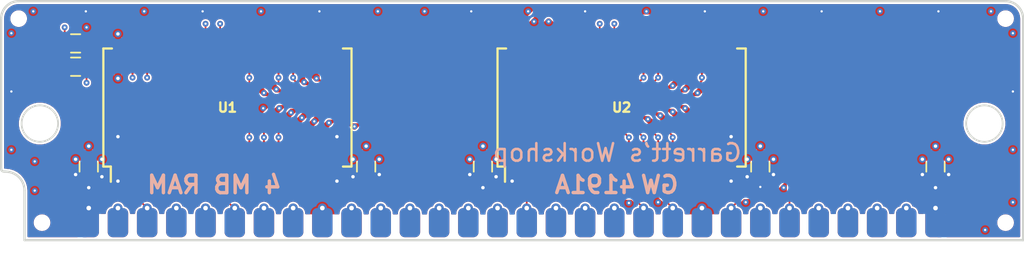
<source format=kicad_pcb>
(kicad_pcb (version 20171130) (host pcbnew "(5.1.10-1-10_14)")
  (layers (0 F.Cu signal) (1 In1.Cu power) (2 In2.Cu signal) (31 B.Cu power) (34 B.Paste user) (35 F.Paste user) (36 B.SilkS user) (37 F.SilkS user) (38 B.Mask user) (39 F.Mask user) (44 Edge.Cuts user))
  (net 0 "")
  (net 1 +5V)
  (net 2 /D0)
  (net 3 /D1)
  (net 4 /~WE~)
  (net 5 /~RAS~)
  (net 6 /~CAS~)
  (net 7 /D2)
  (net 8 /D3)
  (net 9 GND)
  (net 10 /D4)
  (net 11 /D5)
  (net 12 /D6)
  (net 13 /D7)
  (net 14 /QP)
  (net 15 /~CASP~)
  (net 16 /DP)
  (net 17 /1A0)
  (net 18 /1A1)
  (net 19 /1A2)
  (net 20 /1A3)
  (net 21 /1A4)
  (net 22 /1A5)
  (net 23 /1A6)
  (net 24 /1A7)
  (net 25 /1A8)
  (net 26 /1A10)
  (net 27 /1A9)
  (net 28 "Net-(U1-Pad27)")
  (net 29 "Net-(U1-Pad24)")
  (net 30 /1A11)
  (net 31 "Net-(U2-Pad27)")
  (net 32 "Net-(U2-Pad24)")
  (net 33 /~OE~)
  (net 34 "Net-(U1-Pad29)")
  (net 35 "Net-(U1-Pad28)")
  (net 36 "Net-(U1-Pad7)")
  (net 37 "Net-(U1-Pad6)")
  (net 38 "Net-(U1-Pad5)")
  (net 39 "Net-(U1-Pad4)")
  (net 40 "Net-(U2-Pad4)")
  (net 41 "Net-(U2-Pad5)")
  (net 42 "Net-(U2-Pad6)")
  (net 43 "Net-(U2-Pad7)")
  (net 44 "Net-(U2-Pad28)")
  (net 45 "Net-(U2-Pad29)")
  (module stdpads:SOJ-32-400mil-Skinny (layer F.Cu) (at 95.885 90.043 90)
    (fp_text reference U1)
    (fp_text value KM44C16104)
    (fp_line (start -5.145 -10.145) (end -6.47 -10.145) (layer F.SilkS) (width 0.2))
    (fp_line (start -5.08 10.795) (end 5.145 10.795) (layer F.SilkS) (width 0.2))
    (fp_line (start -5.145 -10.795) (end 5.145 -10.795) (layer F.SilkS) (width 0.2))
    (fp_line (start -5.145 10.795) (end -5.145 10.05) (layer F.SilkS) (width 0.2))
    (fp_line (start 5.145 10.795) (end 5.145 10.05) (layer F.SilkS) (width 0.2))
    (fp_line (start 5.145 -10.795) (end 5.145 -10.05) (layer F.SilkS) (width 0.2))
    (fp_line (start -5.145 -10.795) (end -5.145 -10.145) (layer F.SilkS) (width 0.2))
    (fp_text user %R (at 0 0) (layer F.SilkS) (effects (font (size 0.8128 0.8128) (thickness 0.2032))))
    (pad 32 smd roundrect (at 4.47 -9.525 90) (size 3 0.6) (layers F.Cu F.Paste F.Mask) (net 9 GND))
    (pad 31 smd roundrect (at 4.47 -8.255 90) (size 3 0.6) (layers F.Cu F.Paste F.Mask) (net 8 /D3))
    (pad 30 smd roundrect (at 4.47 -6.985 90) (size 3 0.6) (layers F.Cu F.Paste F.Mask) (net 7 /D2))
    (pad 29 smd roundrect (at 4.47 -5.715 90) (size 3 0.6) (layers F.Cu F.Paste F.Mask) (net 34 "Net-(U1-Pad29)"))
    (pad 20 smd roundrect (at 4.47 5.715 270) (size 3 0.6) (layers F.Cu F.Paste F.Mask) (net 25 /1A8))
    (pad 19 smd roundrect (at 4.47 6.985 270) (size 3 0.6) (layers F.Cu F.Paste F.Mask) (net 24 /1A7))
    (pad 18 smd roundrect (at 4.47 8.255 270) (size 3 0.6) (layers F.Cu F.Paste F.Mask) (net 23 /1A6))
    (pad 17 smd roundrect (at 4.47 9.525 270) (size 3 0.6) (layers F.Cu F.Paste F.Mask) (net 9 GND))
    (pad 16 smd roundrect (at -4.47 9.525 90) (size 3 0.6) (layers F.Cu F.Paste F.Mask) (net 1 +5V))
    (pad 15 smd roundrect (at -4.47 8.255 90) (size 3 0.6) (layers F.Cu F.Paste F.Mask) (net 22 /1A5))
    (pad 7 smd roundrect (at -4.47 -1.905 90) (size 3 0.6) (layers F.Cu F.Paste F.Mask) (net 36 "Net-(U1-Pad7)"))
    (pad 26 smd roundrect (at 4.47 -1.905 90) (size 3 0.6) (layers F.Cu F.Paste F.Mask) (net 6 /~CAS~))
    (pad 25 smd roundrect (at 4.47 -0.635 90) (size 3 0.6) (layers F.Cu F.Paste F.Mask) (net 33 /~OE~))
    (pad 24 smd roundrect (at 4.47 0.635 90) (size 3 0.6) (layers F.Cu F.Paste F.Mask) (net 29 "Net-(U1-Pad24)"))
    (pad 23 smd roundrect (at 4.47 1.905 90) (size 3 0.6) (layers F.Cu F.Paste F.Mask) (net 30 /1A11))
    (pad 22 smd roundrect (at 4.47 3.175 90) (size 3 0.6) (layers F.Cu F.Paste F.Mask) (net 26 /1A10))
    (pad 13 smd roundrect (at -4.47 5.715 90) (size 3 0.6) (layers F.Cu F.Paste F.Mask) (net 20 /1A3))
    (pad 12 smd roundrect (at -4.47 4.445 90) (size 3 0.6) (layers F.Cu F.Paste F.Mask) (net 19 /1A2))
    (pad 11 smd roundrect (at -4.47 3.175 90) (size 3 0.6) (layers F.Cu F.Paste F.Mask) (net 18 /1A1))
    (pad 10 smd roundrect (at -4.47 1.905 90) (size 3 0.6) (layers F.Cu F.Paste F.Mask) (net 17 /1A0))
    (pad 9 smd roundrect (at -4.47 0.635 90) (size 3 0.6) (layers F.Cu F.Paste F.Mask) (net 5 /~RAS~))
    (pad 5 smd roundrect (at -4.47 -4.445 90) (size 3 0.6) (layers F.Cu F.Paste F.Mask) (net 38 "Net-(U1-Pad5)"))
    (pad 4 smd roundrect (at -4.47 -5.715 90) (size 3 0.6) (layers F.Cu F.Paste F.Mask) (net 39 "Net-(U1-Pad4)"))
    (pad 3 smd roundrect (at -4.47 -6.985 90) (size 3 0.6) (layers F.Cu F.Paste F.Mask) (net 3 /D1))
    (pad 2 smd roundrect (at -4.47 -8.255 90) (size 3 0.6) (layers F.Cu F.Paste F.Mask) (net 2 /D0))
    (pad 1 smd roundrect (at -4.47 -9.525 90) (size 3 0.6) (layers F.Cu F.Paste F.Mask) (net 1 +5V))
    (pad 21 smd roundrect (at 4.47 4.445 90) (size 3 0.6) (layers F.Cu F.Paste F.Mask) (net 27 /1A9))
    (pad 6 smd roundrect (at -4.47 -3.175 90) (size 3 0.6) (layers F.Cu F.Paste F.Mask) (net 37 "Net-(U1-Pad6)"))
    (pad 8 smd roundrect (at -4.47 -0.635 90) (size 3 0.6) (layers F.Cu F.Paste F.Mask) (net 4 /~WE~))
    (pad 14 smd roundrect (at -4.47 6.985 90) (size 3 0.6) (layers F.Cu F.Paste F.Mask) (net 21 /1A4))
    (pad 27 smd roundrect (at 4.47 -3.175 90) (size 3 0.6) (layers F.Cu F.Paste F.Mask) (net 28 "Net-(U1-Pad27)"))
    (pad 28 smd roundrect (at 4.47 -4.445 90) (size 3 0.6) (layers F.Cu F.Paste F.Mask) (net 35 "Net-(U1-Pad28)"))
  )
  (module stdpads:SOJ-32-400mil-Skinny (layer F.Cu) (at 130.175 90.043 90)
    (fp_text reference U2)
    (fp_text value KM44C16104)
    (fp_line (start -5.145 -10.145) (end -6.47 -10.145) (layer F.SilkS) (width 0.2))
    (fp_line (start -5.08 10.795) (end 5.145 10.795) (layer F.SilkS) (width 0.2))
    (fp_line (start -5.145 -10.795) (end 5.145 -10.795) (layer F.SilkS) (width 0.2))
    (fp_line (start -5.145 10.795) (end -5.145 10.05) (layer F.SilkS) (width 0.2))
    (fp_line (start 5.145 10.795) (end 5.145 10.05) (layer F.SilkS) (width 0.2))
    (fp_line (start 5.145 -10.795) (end 5.145 -10.05) (layer F.SilkS) (width 0.2))
    (fp_line (start -5.145 -10.795) (end -5.145 -10.145) (layer F.SilkS) (width 0.2))
    (fp_text user %R (at 0 0) (layer F.SilkS) (effects (font (size 0.8128 0.8128) (thickness 0.2032))))
    (pad 32 smd roundrect (at 4.47 -9.525 90) (size 3 0.6) (layers F.Cu F.Paste F.Mask) (net 9 GND))
    (pad 31 smd roundrect (at 4.47 -8.255 90) (size 3 0.6) (layers F.Cu F.Paste F.Mask) (net 13 /D7))
    (pad 30 smd roundrect (at 4.47 -6.985 90) (size 3 0.6) (layers F.Cu F.Paste F.Mask) (net 12 /D6))
    (pad 29 smd roundrect (at 4.47 -5.715 90) (size 3 0.6) (layers F.Cu F.Paste F.Mask) (net 45 "Net-(U2-Pad29)"))
    (pad 20 smd roundrect (at 4.47 5.715 270) (size 3 0.6) (layers F.Cu F.Paste F.Mask) (net 27 /1A9))
    (pad 19 smd roundrect (at 4.47 6.985 270) (size 3 0.6) (layers F.Cu F.Paste F.Mask) (net 26 /1A10))
    (pad 18 smd roundrect (at 4.47 8.255 270) (size 3 0.6) (layers F.Cu F.Paste F.Mask) (net 30 /1A11))
    (pad 17 smd roundrect (at 4.47 9.525 270) (size 3 0.6) (layers F.Cu F.Paste F.Mask) (net 9 GND))
    (pad 16 smd roundrect (at -4.47 9.525 90) (size 3 0.6) (layers F.Cu F.Paste F.Mask) (net 1 +5V))
    (pad 15 smd roundrect (at -4.47 8.255 90) (size 3 0.6) (layers F.Cu F.Paste F.Mask) (net 17 /1A0))
    (pad 7 smd roundrect (at -4.47 -1.905 90) (size 3 0.6) (layers F.Cu F.Paste F.Mask) (net 43 "Net-(U2-Pad7)"))
    (pad 26 smd roundrect (at 4.47 -1.905 90) (size 3 0.6) (layers F.Cu F.Paste F.Mask) (net 6 /~CAS~))
    (pad 25 smd roundrect (at 4.47 -0.635 90) (size 3 0.6) (layers F.Cu F.Paste F.Mask) (net 33 /~OE~))
    (pad 24 smd roundrect (at 4.47 0.635 90) (size 3 0.6) (layers F.Cu F.Paste F.Mask) (net 32 "Net-(U2-Pad24)"))
    (pad 23 smd roundrect (at 4.47 1.905 90) (size 3 0.6) (layers F.Cu F.Paste F.Mask) (net 23 /1A6))
    (pad 22 smd roundrect (at 4.47 3.175 90) (size 3 0.6) (layers F.Cu F.Paste F.Mask) (net 24 /1A7))
    (pad 13 smd roundrect (at -4.47 5.715 90) (size 3 0.6) (layers F.Cu F.Paste F.Mask) (net 19 /1A2))
    (pad 12 smd roundrect (at -4.47 4.445 90) (size 3 0.6) (layers F.Cu F.Paste F.Mask) (net 20 /1A3))
    (pad 11 smd roundrect (at -4.47 3.175 90) (size 3 0.6) (layers F.Cu F.Paste F.Mask) (net 21 /1A4))
    (pad 10 smd roundrect (at -4.47 1.905 90) (size 3 0.6) (layers F.Cu F.Paste F.Mask) (net 22 /1A5))
    (pad 9 smd roundrect (at -4.47 0.635 90) (size 3 0.6) (layers F.Cu F.Paste F.Mask) (net 5 /~RAS~))
    (pad 5 smd roundrect (at -4.47 -4.445 90) (size 3 0.6) (layers F.Cu F.Paste F.Mask) (net 41 "Net-(U2-Pad5)"))
    (pad 4 smd roundrect (at -4.47 -5.715 90) (size 3 0.6) (layers F.Cu F.Paste F.Mask) (net 40 "Net-(U2-Pad4)"))
    (pad 3 smd roundrect (at -4.47 -6.985 90) (size 3 0.6) (layers F.Cu F.Paste F.Mask) (net 11 /D5))
    (pad 2 smd roundrect (at -4.47 -8.255 90) (size 3 0.6) (layers F.Cu F.Paste F.Mask) (net 10 /D4))
    (pad 1 smd roundrect (at -4.47 -9.525 90) (size 3 0.6) (layers F.Cu F.Paste F.Mask) (net 1 +5V))
    (pad 21 smd roundrect (at 4.47 4.445 90) (size 3 0.6) (layers F.Cu F.Paste F.Mask) (net 25 /1A8))
    (pad 6 smd roundrect (at -4.47 -3.175 90) (size 3 0.6) (layers F.Cu F.Paste F.Mask) (net 42 "Net-(U2-Pad6)"))
    (pad 8 smd roundrect (at -4.47 -0.635 90) (size 3 0.6) (layers F.Cu F.Paste F.Mask) (net 4 /~WE~))
    (pad 14 smd roundrect (at -4.47 6.985 90) (size 3 0.6) (layers F.Cu F.Paste F.Mask) (net 18 /1A1))
    (pad 27 smd roundrect (at 4.47 -3.175 90) (size 3 0.6) (layers F.Cu F.Paste F.Mask) (net 31 "Net-(U2-Pad27)"))
    (pad 28 smd roundrect (at 4.47 -4.445 90) (size 3 0.6) (layers F.Cu F.Paste F.Mask) (net 44 "Net-(U2-Pad28)"))
  )
  (module stdpads:PasteHole_1.152mm_NPTH (layer F.Cu) (at 163.576 100.076)
    (fp_text reference H3)
    (fp_text value MountingHole hide)
    (pad "" np_thru_hole circle (at 0 0) (size 1.152 1.152) (drill 1.152) (layers *.Cu *.Mask))
  )
  (module stdpads:PasteHole_1.152mm_NPTH (layer F.Cu) (at 79.756 100.076)
    (fp_text reference H4)
    (fp_text value MountingHole hide)
    (pad "" np_thru_hole circle (at 0 0) (size 1.152 1.152) (drill 1.152) (layers *.Cu *.Mask))
  )
  (module stdpads:PasteHole_1.152mm_NPTH (layer F.Cu) (at 163.576 82.296)
    (fp_text reference H2)
    (fp_text value MountingHole hide)
    (pad "" np_thru_hole circle (at 0 0) (size 1.152 1.152) (drill 1.152) (layers *.Cu *.Mask))
  )
  (module stdpads:SIMM-30_Edge (layer F.Cu) (at 120.65 99.822)
    (fp_text reference J1)
    (fp_text value DRAM-SIMM-30)
    (pad 1 smd roundrect (at -36.83 0.254) (size 1.778 2.54) (layers B.Cu B.Mask) (net 1 +5V))
    (pad 1 smd roundrect (at -36.83 0.254) (size 1.778 2.54) (layers F.Cu F.Mask) (net 1 +5V))
    (pad 2 smd roundrect (at -34.29 0.254) (size 1.778 2.54) (layers B.Cu B.Mask) (net 6 /~CAS~))
    (pad 3 smd roundrect (at -31.75 0.254) (size 1.778 2.54) (layers B.Cu B.Mask) (net 2 /D0))
    (pad 4 smd roundrect (at -29.21 0.254) (size 1.778 2.54) (layers B.Cu B.Mask) (net 17 /1A0))
    (pad 5 smd roundrect (at -26.67 0.254) (size 1.778 2.54) (layers B.Cu B.Mask) (net 18 /1A1))
    (pad 6 smd roundrect (at -24.13 0.254) (size 1.778 2.54) (layers B.Cu B.Mask) (net 3 /D1))
    (pad 7 smd roundrect (at -21.59 0.254) (size 1.778 2.54) (layers B.Cu B.Mask) (net 19 /1A2))
    (pad 8 smd roundrect (at -19.05 0.254) (size 1.778 2.54) (layers B.Cu B.Mask) (net 30 /1A11))
    (pad 9 smd roundrect (at -16.51 0.254) (size 1.778 2.54) (layers B.Cu B.Mask) (net 9 GND))
    (pad 10 smd roundrect (at -13.97 0.254) (size 1.778 2.54) (layers B.Cu B.Mask) (net 7 /D2))
    (pad 11 smd roundrect (at -11.43 0.254) (size 1.778 2.54) (layers B.Cu B.Mask) (net 27 /1A9))
    (pad 12 smd roundrect (at -8.89 0.254) (size 1.778 2.54) (layers B.Cu B.Mask) (net 25 /1A8))
    (pad 13 smd roundrect (at -6.35 0.254) (size 1.778 2.54) (layers B.Cu B.Mask) (net 8 /D3))
    (pad 14 smd roundrect (at -3.81 0.254) (size 1.778 2.54) (layers B.Cu B.Mask) (net 23 /1A6))
    (pad 15 smd roundrect (at -1.27 0.254) (size 1.778 2.54) (layers B.Cu B.Mask) (net 24 /1A7))
    (pad 16 smd roundrect (at 1.27 0.254) (size 1.778 2.54) (layers B.Cu B.Mask) (net 10 /D4))
    (pad 17 smd roundrect (at 3.81 0.254) (size 1.778 2.54) (layers B.Cu B.Mask) (net 26 /1A10))
    (pad 18 smd roundrect (at 6.35 0.254) (size 1.778 2.54) (layers B.Cu B.Mask) (net 22 /1A5))
    (pad 19 smd roundrect (at 8.89 0.254) (size 1.778 2.54) (layers B.Cu B.Mask) (net 21 /1A4))
    (pad 20 smd roundrect (at 11.43 0.254) (size 1.778 2.54) (layers B.Cu B.Mask) (net 11 /D5))
    (pad 21 smd roundrect (at 13.97 0.254) (size 1.778 2.54) (layers B.Cu B.Mask) (net 4 /~WE~))
    (pad 22 smd roundrect (at 16.51 0.254) (size 1.778 2.54) (layers B.Cu B.Mask) (net 9 GND))
    (pad 23 smd roundrect (at 19.05 0.254) (size 1.778 2.54) (layers B.Cu B.Mask) (net 12 /D6))
    (pad 24 smd roundrect (at 21.59 0.254) (size 1.778 2.54) (layers B.Cu B.Mask) (net 20 /1A3))
    (pad 25 smd roundrect (at 24.13 0.254) (size 1.778 2.54) (layers B.Cu B.Mask) (net 13 /D7))
    (pad 26 smd roundrect (at 26.67 0.254) (size 1.778 2.54) (layers B.Cu B.Mask) (net 14 /QP))
    (pad 27 smd roundrect (at 29.21 0.254) (size 1.778 2.54) (layers B.Cu B.Mask) (net 5 /~RAS~))
    (pad 28 smd roundrect (at 31.75 0.254) (size 1.778 2.54) (layers B.Cu B.Mask) (net 15 /~CASP~))
    (pad 29 smd roundrect (at 34.29 0.254) (size 1.778 2.54) (layers B.Cu B.Mask) (net 16 /DP))
    (pad 30 smd roundrect (at 36.83 0.254) (size 1.778 2.54) (layers B.Cu B.Mask) (net 1 +5V))
    (pad 2 smd roundrect (at -34.29 0.254) (size 1.778 2.54) (layers F.Cu F.Mask) (net 6 /~CAS~))
    (pad 3 thru_hole circle (at -31.75 -1.016) (size 0.8 0.8) (drill 0.4) (layers *.Cu *.Mask) (net 2 /D0))
    (pad 11 smd roundrect (at -11.43 0.254) (size 1.778 2.54) (layers F.Cu F.Mask) (net 27 /1A9))
    (pad 5 smd roundrect (at -26.67 0.254) (size 1.778 2.54) (layers F.Cu F.Mask) (net 18 /1A1))
    (pad 12 smd roundrect (at -8.89 0.254) (size 1.778 2.54) (layers F.Cu F.Mask) (net 25 /1A8))
    (pad 26 smd roundrect (at 26.67 0.254) (size 1.778 2.54) (layers F.Cu F.Mask) (net 14 /QP))
    (pad 13 smd roundrect (at -6.35 0.254) (size 1.778 2.54) (layers F.Cu F.Mask) (net 8 /D3))
    (pad 14 smd roundrect (at -3.81 0.254) (size 1.778 2.54) (layers F.Cu F.Mask) (net 23 /1A6))
    (pad 4 smd roundrect (at -29.21 0.254) (size 1.778 2.54) (layers F.Cu F.Mask) (net 17 /1A0))
    (pad 29 smd roundrect (at 34.29 0.254) (size 1.778 2.54) (layers F.Cu F.Mask) (net 16 /DP))
    (pad 3 smd roundrect (at -31.75 0.254) (size 1.778 2.54) (layers F.Cu F.Mask) (net 2 /D0))
    (pad 24 smd roundrect (at 21.59 0.254) (size 1.778 2.54) (layers F.Cu F.Mask) (net 20 /1A3))
    (pad 16 smd roundrect (at 1.27 0.254) (size 1.778 2.54) (layers F.Cu F.Mask) (net 10 /D4))
    (pad 20 smd roundrect (at 11.43 0.254) (size 1.778 2.54) (layers F.Cu F.Mask) (net 11 /D5))
    (pad 23 smd roundrect (at 19.05 0.254) (size 1.778 2.54) (layers F.Cu F.Mask) (net 12 /D6))
    (pad 9 smd roundrect (at -16.51 0.254) (size 1.778 2.54) (layers F.Cu F.Mask) (net 9 GND))
    (pad 18 smd roundrect (at 6.35 0.254) (size 1.778 2.54) (layers F.Cu F.Mask) (net 22 /1A5))
    (pad 21 smd roundrect (at 13.97 0.254) (size 1.778 2.54) (layers F.Cu F.Mask) (net 4 /~WE~))
    (pad 19 smd roundrect (at 8.89 0.254) (size 1.778 2.54) (layers F.Cu F.Mask) (net 21 /1A4))
    (pad 10 smd roundrect (at -13.97 0.254) (size 1.778 2.54) (layers F.Cu F.Mask) (net 7 /D2))
    (pad 22 smd roundrect (at 16.51 0.254) (size 1.778 2.54) (layers F.Cu F.Mask) (net 9 GND))
    (pad 6 smd roundrect (at -24.13 0.254) (size 1.778 2.54) (layers F.Cu F.Mask) (net 3 /D1))
    (pad 17 smd roundrect (at 3.81 0.254) (size 1.778 2.54) (layers F.Cu F.Mask) (net 26 /1A10))
    (pad 7 smd roundrect (at -21.59 0.254) (size 1.778 2.54) (layers F.Cu F.Mask) (net 19 /1A2))
    (pad 8 smd roundrect (at -19.05 0.254) (size 1.778 2.54) (layers F.Cu F.Mask) (net 30 /1A11))
    (pad 27 smd roundrect (at 29.21 0.254) (size 1.778 2.54) (layers F.Cu F.Mask) (net 5 /~RAS~))
    (pad 28 smd roundrect (at 31.75 0.254) (size 1.778 2.54) (layers F.Cu F.Mask) (net 15 /~CASP~))
    (pad 30 smd roundrect (at 36.83 0.254) (size 1.778 2.54) (layers F.Cu F.Mask) (net 1 +5V))
    (pad 15 smd roundrect (at -1.27 0.254) (size 1.778 2.54) (layers F.Cu F.Mask) (net 24 /1A7))
    (pad 25 smd roundrect (at 24.13 0.254) (size 1.778 2.54) (layers F.Cu F.Mask) (net 13 /D7))
    (pad 2 thru_hole circle (at -34.29 -1.016) (size 0.8 0.8) (drill 0.4) (layers *.Cu *.Mask) (net 6 /~CAS~))
    (pad 1 thru_hole circle (at -36.83 -1.016) (size 0.8 0.8) (drill 0.4) (layers *.Cu *.Mask) (net 1 +5V))
    (pad 5 thru_hole circle (at -26.67 -1.016) (size 0.8 0.8) (drill 0.4) (layers *.Cu *.Mask) (net 18 /1A1))
    (pad 4 thru_hole circle (at -29.21 -1.016) (size 0.8 0.8) (drill 0.4) (layers *.Cu *.Mask) (net 17 /1A0))
    (pad 6 thru_hole circle (at -24.13 -1.016) (size 0.8 0.8) (drill 0.4) (layers *.Cu *.Mask) (net 3 /D1))
    (pad 7 thru_hole circle (at -21.59 -1.016) (size 0.8 0.8) (drill 0.4) (layers *.Cu *.Mask) (net 19 /1A2))
    (pad 9 thru_hole circle (at -16.51 -1.016) (size 0.8 0.8) (drill 0.4) (layers *.Cu *.Mask) (net 9 GND))
    (pad 8 thru_hole circle (at -19.05 -1.016) (size 0.8 0.8) (drill 0.4) (layers *.Cu *.Mask) (net 30 /1A11))
    (pad 11 thru_hole circle (at -11.43 -1.016) (size 0.8 0.8) (drill 0.4) (layers *.Cu *.Mask) (net 27 /1A9))
    (pad 10 thru_hole circle (at -13.97 -1.016) (size 0.8 0.8) (drill 0.4) (layers *.Cu *.Mask) (net 7 /D2))
    (pad 12 thru_hole circle (at -8.89 -1.016) (size 0.8 0.8) (drill 0.4) (layers *.Cu *.Mask) (net 25 /1A8))
    (pad 14 thru_hole circle (at -3.81 -1.016) (size 0.8 0.8) (drill 0.4) (layers *.Cu *.Mask) (net 23 /1A6))
    (pad 13 thru_hole circle (at -6.35 -1.016) (size 0.8 0.8) (drill 0.4) (layers *.Cu *.Mask) (net 8 /D3))
    (pad 15 thru_hole circle (at -1.27 -1.016) (size 0.8 0.8) (drill 0.4) (layers *.Cu *.Mask) (net 24 /1A7))
    (pad 17 thru_hole circle (at 3.81 -1.016) (size 0.8 0.8) (drill 0.4) (layers *.Cu *.Mask) (net 26 /1A10))
    (pad 16 thru_hole circle (at 1.27 -1.016) (size 0.8 0.8) (drill 0.4) (layers *.Cu *.Mask) (net 10 /D4))
    (pad 18 thru_hole circle (at 6.35 -1.016) (size 0.8 0.8) (drill 0.4) (layers *.Cu *.Mask) (net 22 /1A5))
    (pad 27 thru_hole circle (at 29.21 -1.016) (size 0.8 0.8) (drill 0.4) (layers *.Cu *.Mask) (net 5 /~RAS~))
    (pad 26 thru_hole circle (at 26.67 -1.016) (size 0.8 0.8) (drill 0.4) (layers *.Cu *.Mask) (net 14 /QP))
    (pad 28 thru_hole circle (at 31.75 -1.016) (size 0.8 0.8) (drill 0.4) (layers *.Cu *.Mask) (net 15 /~CASP~))
    (pad 21 thru_hole circle (at 13.97 -1.016) (size 0.8 0.8) (drill 0.4) (layers *.Cu *.Mask) (net 4 /~WE~))
    (pad 20 thru_hole circle (at 11.43 -1.016) (size 0.8 0.8) (drill 0.4) (layers *.Cu *.Mask) (net 11 /D5))
    (pad 22 thru_hole circle (at 16.51 -1.016) (size 0.8 0.8) (drill 0.4) (layers *.Cu *.Mask) (net 9 GND))
    (pad 24 thru_hole circle (at 21.59 -1.016) (size 0.8 0.8) (drill 0.4) (layers *.Cu *.Mask) (net 20 /1A3))
    (pad 23 thru_hole circle (at 19.05 -1.016) (size 0.8 0.8) (drill 0.4) (layers *.Cu *.Mask) (net 12 /D6))
    (pad 25 thru_hole circle (at 24.13 -1.016) (size 0.8 0.8) (drill 0.4) (layers *.Cu *.Mask) (net 13 /D7))
    (pad 19 thru_hole circle (at 8.89 -1.016) (size 0.8 0.8) (drill 0.4) (layers *.Cu *.Mask) (net 21 /1A4))
    (pad 29 thru_hole circle (at 34.29 -1.016) (size 0.8 0.8) (drill 0.4) (layers *.Cu *.Mask) (net 16 /DP))
    (pad 30 thru_hole circle (at 36.83 -1.016) (size 0.8 0.8) (drill 0.4) (layers *.Cu *.Mask) (net 1 +5V))
  )
  (module stdpads:C_0805 (layer F.Cu) (at 118.11 95.2255 90)
    (fp_text reference C3)
    (fp_text value 100n)
    (fp_line (start -0.4064 -0.8) (end 0.4064 -0.8) (layer F.SilkS) (width 0.1524))
    (fp_line (start -0.4064 0.8) (end 0.4064 0.8) (layer F.SilkS) (width 0.1524))
    (pad 2 smd roundrect (at 0.85 0 90) (size 1.05 1.4) (layers F.Cu F.Paste F.Mask) (net 9 GND))
    (pad 1 smd roundrect (at -0.85 0 90) (size 1.05 1.4) (layers F.Cu F.Paste F.Mask) (net 1 +5V))
  )
  (module stdpads:C_0805 (layer F.Cu) (at 107.95 95.2255 90)
    (fp_text reference C2)
    (fp_text value 100n)
    (fp_line (start -0.4064 0.8) (end 0.4064 0.8) (layer F.SilkS) (width 0.1524))
    (fp_line (start -0.4064 -0.8) (end 0.4064 -0.8) (layer F.SilkS) (width 0.1524))
    (pad 1 smd roundrect (at -0.85 0 90) (size 1.05 1.4) (layers F.Cu F.Paste F.Mask) (net 1 +5V))
    (pad 2 smd roundrect (at 0.85 0 90) (size 1.05 1.4) (layers F.Cu F.Paste F.Mask) (net 9 GND))
  )
  (module stdpads:C_0805 (layer F.Cu) (at 142.24 95.2255 90)
    (fp_text reference C4)
    (fp_text value 100n)
    (fp_line (start -0.4064 0.8) (end 0.4064 0.8) (layer F.SilkS) (width 0.1524))
    (fp_line (start -0.4064 -0.8) (end 0.4064 -0.8) (layer F.SilkS) (width 0.1524))
    (pad 1 smd roundrect (at -0.85 0 90) (size 1.05 1.4) (layers F.Cu F.Paste F.Mask) (net 1 +5V))
    (pad 2 smd roundrect (at 0.85 0 90) (size 1.05 1.4) (layers F.Cu F.Paste F.Mask) (net 9 GND))
  )
  (module stdpads:C_0805 (layer F.Cu) (at 83.82 95.2255 90)
    (fp_text reference C1)
    (fp_text value 100n)
    (fp_line (start -0.4064 -0.8) (end 0.4064 -0.8) (layer F.SilkS) (width 0.1524))
    (fp_line (start -0.4064 0.8) (end 0.4064 0.8) (layer F.SilkS) (width 0.1524))
    (pad 2 smd roundrect (at 0.85 0 90) (size 1.05 1.4) (layers F.Cu F.Paste F.Mask) (net 9 GND))
    (pad 1 smd roundrect (at -0.85 0 90) (size 1.05 1.4) (layers F.Cu F.Paste F.Mask) (net 1 +5V))
  )
  (module stdpads:C_0805 (layer F.Cu) (at 157.48 95.2255 90)
    (fp_text reference C5)
    (fp_text value 100n)
    (fp_line (start -0.4064 0.8) (end 0.4064 0.8) (layer F.SilkS) (width 0.1524))
    (fp_line (start -0.4064 -0.8) (end 0.4064 -0.8) (layer F.SilkS) (width 0.1524))
    (pad 1 smd roundrect (at -0.85 0 90) (size 1.05 1.4) (layers F.Cu F.Paste F.Mask) (net 1 +5V))
    (pad 2 smd roundrect (at 0.85 0 90) (size 1.05 1.4) (layers F.Cu F.Paste F.Mask) (net 9 GND))
  )
  (module stdpads:R_0805 (layer F.Cu) (at 82.677 86.487 180)
    (fp_text reference R1)
    (fp_text value EDO)
    (fp_line (start -0.4064 -0.8) (end 0.4064 -0.8) (layer F.SilkS) (width 0.1524))
    (fp_line (start -0.4064 0.8) (end 0.4064 0.8) (layer F.SilkS) (width 0.1524))
    (pad 2 smd roundrect (at 0.95 0 180) (size 0.85 1.4) (layers F.Cu F.Paste F.Mask) (net 33 /~OE~))
    (pad 1 smd roundrect (at -0.95 0 180) (size 0.85 1.4) (layers F.Cu F.Paste F.Mask) (net 6 /~CAS~))
  )
  (module stdpads:R_0805 (layer F.Cu) (at 82.677 84.455)
    (fp_text reference R2)
    (fp_text value FPM)
    (fp_line (start -0.4064 0.8) (end 0.4064 0.8) (layer F.SilkS) (width 0.1524))
    (fp_line (start -0.4064 -0.8) (end 0.4064 -0.8) (layer F.SilkS) (width 0.1524))
    (pad 1 smd roundrect (at -0.95 0) (size 0.85 1.4) (layers F.Cu F.Paste F.Mask) (net 33 /~OE~))
    (pad 2 smd roundrect (at 0.95 0) (size 0.85 1.4) (layers F.Cu F.Paste F.Mask) (net 9 GND))
  )
  (module stdpads:PasteHole_1.152mm_NPTH (layer F.Cu) (at 77.724 82.296)
    (fp_text reference H1)
    (fp_text value MountingHole hide)
    (pad "" np_thru_hole circle (at 0 0) (size 1.152 1.152) (drill 1.152) (layers *.Cu *.Mask))
  )
  (gr_text "4 MB RAM" (at 94.742 96.774) (layer B.SilkS) (effects (font (size 1.524 1.524) (thickness 0.3)) (justify mirror)))
  (gr_text "Garrett’s Workshop" (at 129.794 93.98) (layer B.SilkS) (effects (font (size 1.524 1.524) (thickness 0.225)) (justify mirror)))
  (gr_text 4191A (at 127.889 96.774) (layer B.SilkS) (effects (font (size 1.5 1.5) (thickness 0.3)) (justify mirror)))
  (gr_text GW (at 133.477 96.774) (layer B.SilkS) (effects (font (size 1.5 1.5) (thickness 0.3)) (justify mirror)))
  (gr_arc (start 76.454 95.377) (end 76.2 95.377) (angle -90) (layer Edge.Cuts) (width 0.2))
  (gr_arc (start 77.724 82.296) (end 77.724 80.772) (angle -90) (layer Edge.Cuts) (width 0.2))
  (gr_arc (start 163.576 82.296) (end 165.1 82.296) (angle -90) (layer Edge.Cuts) (width 0.2))
  (gr_line (start 76.581 95.631) (end 76.454 95.631) (layer Edge.Cuts) (width 0.2))
  (gr_line (start 78.232 101.6) (end 78.232 97.282) (layer Edge.Cuts) (width 0.2))
  (gr_circle (center 79.5655 91.44) (end 77.978 91.44) (layer Edge.Cuts) (width 0.15))
  (gr_circle (center 161.7345 91.44) (end 163.322 91.44) (layer Edge.Cuts) (width 0.15))
  (gr_line (start 76.2 95.377) (end 76.2 82.296) (layer Edge.Cuts) (width 0.2))
  (gr_arc (start 76.581 97.282) (end 78.232 97.282) (angle -90) (layer Edge.Cuts) (width 0.2))
  (gr_line (start 165.1 82.296) (end 165.1 101.6) (layer Edge.Cuts) (width 0.2))
  (gr_line (start 77.724 80.772) (end 163.576 80.772) (layer Edge.Cuts) (width 0.2))
  (gr_line (start 165.1 101.6) (end 78.232 101.6) (layer Edge.Cuts) (width 0.2))
  (via (at 83.82 97.028) (size 0.6) (drill 0.3) (layers F.Cu B.Cu) (net 1))
  (segment (start 83.82 96.0755) (end 83.82 97.028) (width 0.6) (layer F.Cu) (net 1))
  (segment (start 143.1925 96.0755) (end 143.383 95.885) (width 0.6) (layer F.Cu) (net 1))
  (via (at 143.383 95.885) (size 0.6) (drill 0.3) (layers F.Cu B.Cu) (net 1))
  (segment (start 142.24 96.0755) (end 143.1925 96.0755) (width 0.6) (layer F.Cu) (net 1))
  (via (at 82.677 95.885) (size 0.6) (drill 0.3) (layers F.Cu B.Cu) (net 1))
  (segment (start 82.8675 96.0755) (end 82.677 95.885) (width 0.6) (layer F.Cu) (net 1))
  (segment (start 83.82 96.0755) (end 82.8675 96.0755) (width 0.6) (layer F.Cu) (net 1))
  (via (at 156.337 95.885) (size 0.6) (drill 0.3) (layers F.Cu B.Cu) (net 1))
  (segment (start 156.5275 96.0755) (end 156.337 95.885) (width 0.6) (layer F.Cu) (net 1))
  (segment (start 157.48 96.0755) (end 156.5275 96.0755) (width 0.6) (layer F.Cu) (net 1))
  (via (at 158.623 95.885) (size 0.6) (drill 0.3) (layers F.Cu B.Cu) (net 1))
  (segment (start 158.4325 96.0755) (end 158.623 95.885) (width 0.6) (layer F.Cu) (net 1))
  (segment (start 157.48 96.0755) (end 158.4325 96.0755) (width 0.6) (layer F.Cu) (net 1))
  (via (at 157.48 97.028) (size 0.6) (drill 0.3) (layers F.Cu B.Cu) (net 1))
  (segment (start 157.48 96.0755) (end 157.48 97.028) (width 0.6) (layer F.Cu) (net 1))
  (via (at 109.093 95.885) (size 0.6) (drill 0.3) (layers F.Cu B.Cu) (net 1))
  (segment (start 107.95 96.0755) (end 108.9025 96.0755) (width 0.6) (layer F.Cu) (net 1))
  (segment (start 108.9025 96.0755) (end 109.093 95.885) (width 0.6) (layer F.Cu) (net 1))
  (segment (start 118.11 96.0755) (end 118.11 97.028) (width 0.6) (layer F.Cu) (net 1))
  (via (at 118.11 97.028) (size 0.6) (drill 0.3) (layers F.Cu B.Cu) (net 1))
  (via (at 116.967 95.885) (size 0.6) (drill 0.3) (layers F.Cu B.Cu) (net 1))
  (segment (start 118.11 96.0755) (end 117.1575 96.0755) (width 0.6) (layer F.Cu) (net 1))
  (segment (start 117.1575 96.0755) (end 116.967 95.885) (width 0.6) (layer F.Cu) (net 1))
  (segment (start 83.82 97.028) (end 83.82 98.806) (width 0.6) (layer F.Cu) (net 1))
  (via (at 77.089 88.646) (size 0.508) (drill 0.2) (layers F.Cu B.Cu) (net 1))
  (via (at 164.211 88.646) (size 0.508) (drill 0.2) (layers F.Cu B.Cu) (net 1))
  (via (at 157.734 81.661) (size 0.508) (drill 0.2) (layers F.Cu B.Cu) (net 1))
  (via (at 147.574 81.661) (size 0.508) (drill 0.2) (layers F.Cu B.Cu) (net 1))
  (via (at 137.414 81.661) (size 0.508) (drill 0.2) (layers F.Cu B.Cu) (net 1))
  (via (at 127 81.661) (size 0.508) (drill 0.2) (layers F.Cu B.Cu) (net 1))
  (via (at 117.094 81.661) (size 0.508) (drill 0.2) (layers F.Cu B.Cu) (net 1))
  (via (at 83.566 81.661) (size 0.508) (drill 0.2) (layers F.Cu B.Cu) (net 1))
  (via (at 93.726 81.661) (size 0.508) (drill 0.2) (layers F.Cu B.Cu) (net 1))
  (via (at 103.886 81.661) (size 0.508) (drill 0.2) (layers F.Cu B.Cu) (net 1))
  (via (at 105.41 96.4565) (size 0.6) (drill 0.3) (layers F.Cu B.Cu) (net 1))
  (segment (start 105.41 94.513) (end 105.41 96.4565) (width 0.6) (layer F.Cu) (net 1))
  (via (at 86.36 92.583) (size 0.6) (drill 0.3) (layers F.Cu B.Cu) (net 1))
  (segment (start 86.36 94.513) (end 86.36 92.583) (width 0.6) (layer F.Cu) (net 1))
  (via (at 86.36 96.4565) (size 0.6) (drill 0.3) (layers F.Cu B.Cu) (net 1))
  (segment (start 86.36 94.513) (end 86.36 96.4565) (width 0.6) (layer F.Cu) (net 1))
  (via (at 105.41 92.583) (size 0.6) (drill 0.3) (layers F.Cu B.Cu) (net 1))
  (segment (start 105.41 94.513) (end 105.41 92.583) (width 0.6) (layer F.Cu) (net 1))
  (via (at 106.807 96.0755) (size 0.6) (drill 0.3) (layers F.Cu B.Cu) (net 1))
  (segment (start 107.95 96.0755) (end 106.807 96.0755) (width 0.6) (layer F.Cu) (net 1))
  (via (at 119.253 96.0755) (size 0.6) (drill 0.3) (layers F.Cu B.Cu) (net 1))
  (segment (start 118.11 96.0755) (end 119.253 96.0755) (width 0.6) (layer F.Cu) (net 1))
  (via (at 120.65 96.4565) (size 0.6) (drill 0.3) (layers F.Cu B.Cu) (net 1))
  (segment (start 120.65 94.513) (end 120.65 96.4565) (width 0.6) (layer F.Cu) (net 1))
  (via (at 139.7 92.583) (size 0.6) (drill 0.3) (layers F.Cu B.Cu) (net 1))
  (segment (start 139.7 94.513) (end 139.7 92.583) (width 0.6) (layer F.Cu) (net 1))
  (via (at 139.7 96.4565) (size 0.6) (drill 0.3) (layers F.Cu B.Cu) (net 1))
  (segment (start 139.7 94.513) (end 139.7 96.4565) (width 0.6) (layer F.Cu) (net 1))
  (via (at 141.097 96.0755) (size 0.6) (drill 0.3) (layers F.Cu B.Cu) (net 1))
  (segment (start 142.24 96.0755) (end 141.097 96.0755) (width 0.6) (layer F.Cu) (net 1))
  (segment (start 119.634 96.4565) (end 119.253 96.0755) (width 0.6) (layer F.Cu) (net 1))
  (segment (start 120.65 96.4565) (end 119.634 96.4565) (width 0.6) (layer F.Cu) (net 1))
  (segment (start 140.716 96.4565) (end 141.097 96.0755) (width 0.6) (layer F.Cu) (net 1))
  (segment (start 139.7 96.4565) (end 140.716 96.4565) (width 0.6) (layer F.Cu) (net 1))
  (segment (start 106.426 96.4565) (end 106.807 96.0755) (width 0.6) (layer F.Cu) (net 1))
  (segment (start 105.41 96.4565) (end 106.426 96.4565) (width 0.6) (layer F.Cu) (net 1))
  (via (at 84.963 96.0755) (size 0.6) (drill 0.3) (layers F.Cu B.Cu) (net 1))
  (segment (start 83.82 96.0755) (end 84.963 96.0755) (width 0.6) (layer F.Cu) (net 1))
  (segment (start 85.344 96.4565) (end 84.963 96.0755) (width 0.6) (layer F.Cu) (net 1))
  (segment (start 86.36 96.4565) (end 85.344 96.4565) (width 0.6) (layer F.Cu) (net 1))
  (via (at 142.24 96.9645) (size 0.508) (drill 0.2) (layers F.Cu B.Cu) (net 1))
  (segment (start 142.24 96.0755) (end 142.24 96.9645) (width 0.508) (layer F.Cu) (net 1))
  (segment (start 88.9 100.076) (end 88.9 98.806) (width 0.1524) (layer F.Cu) (net 2))
  (segment (start 87.63 97.536) (end 88.9 98.806) (width 0.1524) (layer F.Cu) (net 2))
  (segment (start 87.63 94.513) (end 87.63 97.536) (width 0.1524) (layer F.Cu) (net 2))
  (segment (start 96.52 100.076) (end 96.52 98.552) (width 0.1524) (layer F.Cu) (net 3))
  (segment (start 96.4565 98.806) (end 96.52 98.806) (width 0.1524) (layer F.Cu) (net 3))
  (segment (start 95.3135 97.663) (end 96.4565 98.806) (width 0.1524) (layer F.Cu) (net 3))
  (segment (start 89.408 97.663) (end 95.3135 97.663) (width 0.1524) (layer F.Cu) (net 3))
  (segment (start 88.9 97.155) (end 89.408 97.663) (width 0.1524) (layer F.Cu) (net 3))
  (segment (start 88.9 94.513) (end 88.9 97.155) (width 0.1524) (layer F.Cu) (net 3))
  (segment (start 133.35 97.536) (end 134.62 98.806) (width 0.1524) (layer F.Cu) (net 4))
  (segment (start 129.921 97.536) (end 133.35 97.536) (width 0.1524) (layer F.Cu) (net 4))
  (segment (start 129.54 97.155) (end 129.921 97.536) (width 0.1524) (layer F.Cu) (net 4))
  (segment (start 129.54 92.837) (end 129.54 97.155) (width 0.1524) (layer F.Cu) (net 4))
  (segment (start 129.159 92.456) (end 129.54 92.837) (width 0.1524) (layer F.Cu) (net 4))
  (segment (start 113.88725 92.456) (end 129.159 92.456) (width 0.1524) (layer F.Cu) (net 4))
  (segment (start 108.48975 97.8535) (end 113.88725 92.456) (width 0.1524) (layer F.Cu) (net 4))
  (segment (start 95.9485 97.8535) (end 108.48975 97.8535) (width 0.1524) (layer F.Cu) (net 4))
  (segment (start 95.25 97.155) (end 95.9485 97.8535) (width 0.1524) (layer F.Cu) (net 4))
  (segment (start 95.25 94.513) (end 95.25 97.155) (width 0.1524) (layer F.Cu) (net 4))
  (via (at 130.81 92.6465) (size 0.508) (drill 0.2) (layers F.Cu B.Cu) (net 5))
  (segment (start 130.81 92.6465) (end 130.81 94.513) (width 0.1524) (layer F.Cu) (net 5))
  (segment (start 96.901 97.536) (end 96.52 97.155) (width 0.1524) (layer F.Cu) (net 5))
  (segment (start 104.775 97.409) (end 104.648 97.536) (width 0.1524) (layer F.Cu) (net 5))
  (segment (start 104.648 97.536) (end 96.901 97.536) (width 0.1524) (layer F.Cu) (net 5))
  (segment (start 105.7275 91.5035) (end 104.775 92.456) (width 0.1524) (layer F.Cu) (net 5))
  (segment (start 106.045 91.5035) (end 105.7275 91.5035) (width 0.1524) (layer F.Cu) (net 5))
  (segment (start 107.5055 91.821) (end 107.1245 92.202) (width 0.1524) (layer F.Cu) (net 5))
  (segment (start 106.7435 92.202) (end 106.045 91.5035) (width 0.1524) (layer F.Cu) (net 5))
  (segment (start 130.81 92.6465) (end 129.9845 91.821) (width 0.1524) (layer F.Cu) (net 5))
  (segment (start 104.775 92.456) (end 104.775 97.409) (width 0.1524) (layer F.Cu) (net 5))
  (segment (start 96.52 97.155) (end 96.52 94.513) (width 0.1524) (layer F.Cu) (net 5))
  (segment (start 107.1245 92.202) (end 106.7435 92.202) (width 0.1524) (layer F.Cu) (net 5))
  (segment (start 129.9845 91.821) (end 107.5055 91.821) (width 0.1524) (layer F.Cu) (net 5))
  (segment (start 83.627 87.8815) (end 83.627 86.487) (width 0.1524) (layer F.Cu) (net 6))
  (segment (start 83.6295 87.884) (end 83.627 87.8815) (width 0.1524) (layer F.Cu) (net 6))
  (via (at 83.6295 87.884) (size 0.508) (drill 0.2) (layers F.Cu B.Cu) (net 6))
  (via (at 128.27 82.7405) (size 0.508) (drill 0.2) (layers F.Cu B.Cu) (net 6))
  (via (at 93.98 82.7405) (size 0.508) (drill 0.2) (layers F.Cu B.Cu) (net 6))
  (segment (start 93.98 85.573) (end 93.98 82.7405) (width 0.1524) (layer F.Cu) (net 6))
  (segment (start 128.27 85.573) (end 128.27 82.7405) (width 0.1524) (layer F.Cu) (net 6))
  (via (at 88.9 87.4395) (size 0.508) (drill 0.2) (layers F.Cu B.Cu) (net 7))
  (segment (start 88.9 85.573) (end 88.9 87.4395) (width 0.1524) (layer F.Cu) (net 7))
  (via (at 87.63 87.4395) (size 0.508) (drill 0.2) (layers F.Cu B.Cu) (net 8))
  (segment (start 87.63 85.573) (end 87.63 87.4395) (width 0.1524) (layer F.Cu) (net 8))
  (via (at 132.461 91.059) (size 0.508) (drill 0.2) (layers F.Cu B.Cu) (net 9))
  (via (at 135.6995 88.4555) (size 0.508) (drill 0.2) (layers F.Cu B.Cu) (net 9))
  (via (at 134.62 90.424) (size 0.508) (drill 0.2) (layers F.Cu B.Cu) (net 9))
  (via (at 136.779 88.773) (size 0.508) (drill 0.2) (layers F.Cu B.Cu) (net 9))
  (via (at 133.5405 90.7415) (size 0.508) (drill 0.2) (layers F.Cu B.Cu) (net 9))
  (via (at 135.6995 90.1065) (size 0.508) (drill 0.2) (layers F.Cu B.Cu) (net 9))
  (via (at 134.62 88.138) (size 0.508) (drill 0.2) (layers F.Cu B.Cu) (net 9))
  (via (at 77.089 93.726) (size 0.508) (drill 0.2) (layers F.Cu B.Cu) (net 9))
  (via (at 77.089 83.566) (size 0.508) (drill 0.2) (layers F.Cu B.Cu) (net 9))
  (via (at 162.306 81.661) (size 0.508) (drill 0.2) (layers F.Cu B.Cu) (net 9))
  (via (at 164.211 98.298) (size 0.508) (drill 0.2) (layers F.Cu B.Cu) (net 9))
  (via (at 79.121 94.742) (size 0.508) (drill 0.2) (layers F.Cu B.Cu) (net 9))
  (via (at 141.097 94.5515) (size 0.6) (drill 0.3) (layers F.Cu B.Cu) (net 9))
  (segment (start 141.273 94.3755) (end 141.097 94.5515) (width 0.6) (layer F.Cu) (net 9))
  (segment (start 142.24 94.3755) (end 141.273 94.3755) (width 0.6) (layer F.Cu) (net 9))
  (segment (start 143.207 94.3755) (end 143.383 94.5515) (width 0.6) (layer F.Cu) (net 9))
  (segment (start 142.24 94.3755) (end 143.207 94.3755) (width 0.6) (layer F.Cu) (net 9))
  (via (at 142.24 93.4085) (size 0.6) (drill 0.3) (layers F.Cu B.Cu) (net 9))
  (segment (start 142.24 94.3755) (end 142.24 93.4085) (width 0.6) (layer F.Cu) (net 9))
  (via (at 106.807 94.5515) (size 0.6) (drill 0.3) (layers F.Cu B.Cu) (net 9))
  (segment (start 106.983 94.3755) (end 106.807 94.5515) (width 0.6) (layer F.Cu) (net 9))
  (segment (start 107.95 94.3755) (end 106.983 94.3755) (width 0.6) (layer F.Cu) (net 9))
  (via (at 109.093 94.5515) (size 0.6) (drill 0.3) (layers F.Cu B.Cu) (net 9))
  (segment (start 108.917 94.3755) (end 109.093 94.5515) (width 0.6) (layer F.Cu) (net 9))
  (segment (start 107.95 94.3755) (end 108.917 94.3755) (width 0.6) (layer F.Cu) (net 9))
  (via (at 82.677 94.5515) (size 0.6) (drill 0.3) (layers F.Cu B.Cu) (net 9))
  (segment (start 82.853 94.3755) (end 82.677 94.5515) (width 0.6) (layer F.Cu) (net 9))
  (segment (start 83.82 94.3755) (end 82.853 94.3755) (width 0.6) (layer F.Cu) (net 9))
  (via (at 84.963 94.5515) (size 0.6) (drill 0.3) (layers F.Cu B.Cu) (net 9))
  (segment (start 84.787 94.3755) (end 84.963 94.5515) (width 0.6) (layer F.Cu) (net 9))
  (segment (start 83.82 94.3755) (end 84.787 94.3755) (width 0.6) (layer F.Cu) (net 9))
  (via (at 83.82 93.4085) (size 0.6) (drill 0.3) (layers F.Cu B.Cu) (net 9))
  (segment (start 83.82 94.3755) (end 83.82 93.4085) (width 0.6) (layer F.Cu) (net 9))
  (via (at 158.623 94.5515) (size 0.6) (drill 0.3) (layers F.Cu B.Cu) (net 9))
  (segment (start 158.447 94.3755) (end 158.623 94.5515) (width 0.6) (layer F.Cu) (net 9))
  (segment (start 157.48 94.3755) (end 158.447 94.3755) (width 0.6) (layer F.Cu) (net 9))
  (segment (start 156.513 94.3755) (end 156.337 94.5515) (width 0.6) (layer F.Cu) (net 9))
  (via (at 156.337 94.5515) (size 0.6) (drill 0.3) (layers F.Cu B.Cu) (net 9))
  (segment (start 157.48 94.3755) (end 156.513 94.3755) (width 0.6) (layer F.Cu) (net 9))
  (via (at 157.48 93.4085) (size 0.6) (drill 0.3) (layers F.Cu B.Cu) (net 9))
  (segment (start 157.48 94.3755) (end 157.48 93.4085) (width 0.6) (layer F.Cu) (net 9))
  (segment (start 119.077 94.3755) (end 119.253 94.5515) (width 0.6) (layer F.Cu) (net 9))
  (via (at 119.253 94.5515) (size 0.6) (drill 0.3) (layers F.Cu B.Cu) (net 9))
  (segment (start 118.11 94.3755) (end 119.077 94.3755) (width 0.6) (layer F.Cu) (net 9))
  (via (at 116.967 94.5515) (size 0.6) (drill 0.3) (layers F.Cu B.Cu) (net 9))
  (segment (start 118.11 94.3755) (end 117.143 94.3755) (width 0.6) (layer F.Cu) (net 9))
  (segment (start 117.143 94.3755) (end 116.967 94.5515) (width 0.6) (layer F.Cu) (net 9))
  (via (at 143.383 94.5515) (size 0.6) (drill 0.3) (layers F.Cu B.Cu) (net 9))
  (via (at 107.95 93.4085) (size 0.6) (drill 0.3) (layers F.Cu B.Cu) (net 9))
  (segment (start 107.95 94.3755) (end 107.95 93.4085) (width 0.6) (layer F.Cu) (net 9))
  (via (at 83.6295 83.058) (size 0.508) (drill 0.2) (layers F.Cu B.Cu) (net 9))
  (segment (start 83.627 83.0605) (end 83.6295 83.058) (width 0.1524) (layer F.Cu) (net 9))
  (segment (start 83.627 84.455) (end 83.627 83.0605) (width 0.1524) (layer F.Cu) (net 9))
  (via (at 122.555 82.55) (size 0.508) (drill 0.2) (layers F.Cu B.Cu) (net 9))
  (via (at 123.825 82.55) (size 0.508) (drill 0.2) (layers F.Cu B.Cu) (net 9))
  (via (at 104.7115 91.3765) (size 0.508) (drill 0.2) (layers F.Cu B.Cu) (net 9))
  (via (at 103.4415 91.2495) (size 0.508) (drill 0.2) (layers F.Cu B.Cu) (net 9))
  (via (at 102.362 90.932) (size 0.508) (drill 0.2) (layers F.Cu B.Cu) (net 9))
  (via (at 101.4095 90.4875) (size 0.508) (drill 0.2) (layers F.Cu B.Cu) (net 9))
  (via (at 100.3935 90.1065) (size 0.508) (drill 0.2) (layers F.Cu B.Cu) (net 9))
  (via (at 99.06 88.773) (size 0.508) (drill 0.2) (layers F.Cu B.Cu) (net 9))
  (via (at 103.632 87.503) (size 0.508) (drill 0.2) (layers F.Cu B.Cu) (net 9))
  (via (at 102.5525 87.8205) (size 0.508) (drill 0.2) (layers F.Cu B.Cu) (net 9))
  (via (at 118.11 93.4085) (size 0.6) (drill 0.3) (layers F.Cu B.Cu) (net 9))
  (segment (start 118.11 94.3755) (end 118.11 93.4085) (width 0.6) (layer F.Cu) (net 9))
  (via (at 100.1395 88.4555) (size 0.508) (drill 0.2) (layers F.Cu B.Cu) (net 9))
  (via (at 98.9965 90.1065) (size 0.508) (drill 0.2) (layers F.Cu B.Cu) (net 9))
  (via (at 133.35 98.298) (size 0.508) (drill 0.2) (layers F.Cu B.Cu) (net 9))
  (via (at 79.121 97.282) (size 0.508) (drill 0.2) (layers F.Cu B.Cu) (net 9))
  (via (at 161.798 100.711) (size 0.508) (drill 0.2) (layers F.Cu B.Cu) (net 9))
  (via (at 164.211 93.726) (size 0.508) (drill 0.2) (layers F.Cu B.Cu) (net 9))
  (via (at 164.211 83.566) (size 0.508) (drill 0.2) (layers F.Cu B.Cu) (net 9))
  (via (at 152.654 81.661) (size 0.508) (drill 0.2) (layers F.Cu B.Cu) (net 9))
  (via (at 142.494 81.661) (size 0.508) (drill 0.2) (layers F.Cu B.Cu) (net 9))
  (via (at 132.334 81.661) (size 0.508) (drill 0.2) (layers F.Cu B.Cu) (net 9))
  (via (at 122.047 81.661) (size 0.508) (drill 0.2) (layers F.Cu B.Cu) (net 9))
  (via (at 78.994 81.661) (size 0.508) (drill 0.2) (layers F.Cu B.Cu) (net 9))
  (via (at 88.646 81.661) (size 0.508) (drill 0.2) (layers F.Cu B.Cu) (net 9))
  (via (at 98.806 81.661) (size 0.508) (drill 0.2) (layers F.Cu B.Cu) (net 9))
  (via (at 108.966 81.661) (size 0.508) (drill 0.2) (layers F.Cu B.Cu) (net 9))
  (via (at 113.03 81.661) (size 0.508) (drill 0.2) (layers F.Cu B.Cu) (net 9))
  (via (at 144.272 97.028) (size 0.508) (drill 0.2) (layers F.Cu B.Cu) (net 9))
  (via (at 140.97 98.298) (size 0.508) (drill 0.2) (layers F.Cu B.Cu) (net 9))
  (via (at 130.81 98.3615) (size 0.508) (drill 0.2) (layers F.Cu B.Cu) (net 9))
  (via (at 86.36 87.503) (size 0.6) (drill 0.3) (layers F.Cu B.Cu) (net 9))
  (segment (start 86.36 85.573) (end 86.36 87.503) (width 0.6) (layer F.Cu) (net 9))
  (via (at 86.36 83.6295) (size 0.6) (drill 0.3) (layers F.Cu B.Cu) (net 9))
  (segment (start 86.36 85.573) (end 86.36 83.6295) (width 0.6) (layer F.Cu) (net 9))
  (via (at 106.934 91.694) (size 0.508) (drill 0.2) (layers F.Cu B.Cu) (net 9))
  (segment (start 121.92 94.513) (end 121.92 98.806) (width 0.1524) (layer F.Cu) (net 10))
  (segment (start 131.1275 97.8535) (end 132.08 98.806) (width 0.1524) (layer F.Cu) (net 11))
  (segment (start 129.794 97.8535) (end 131.1275 97.8535) (width 0.1524) (layer F.Cu) (net 11))
  (segment (start 129.4765 97.536) (end 129.794 97.8535) (width 0.1524) (layer F.Cu) (net 11))
  (segment (start 123.571 97.536) (end 129.4765 97.536) (width 0.1524) (layer F.Cu) (net 11))
  (segment (start 123.19 97.155) (end 123.571 97.536) (width 0.1524) (layer F.Cu) (net 11))
  (segment (start 123.19 94.513) (end 123.19 97.155) (width 0.1524) (layer F.Cu) (net 11))
  (segment (start 144.4625 96.139) (end 142.8115 97.79) (width 0.1524) (layer F.Cu) (net 12))
  (segment (start 141.0335 90.424) (end 144.4625 93.853) (width 0.1524) (layer F.Cu) (net 12))
  (segment (start 141.0335 83.2485) (end 141.0335 90.424) (width 0.1524) (layer F.Cu) (net 12))
  (segment (start 139.92225 82.13725) (end 141.0335 83.2485) (width 0.1524) (layer F.Cu) (net 12))
  (segment (start 130.4925 82.4865) (end 139.1285 82.4865) (width 0.1524) (layer F.Cu) (net 12))
  (segment (start 129.921 81.915) (end 130.4925 82.4865) (width 0.1524) (layer F.Cu) (net 12))
  (segment (start 144.4625 93.853) (end 144.4625 96.139) (width 0.1524) (layer F.Cu) (net 12))
  (segment (start 139.1285 82.4865) (end 139.47775 82.13725) (width 0.1524) (layer F.Cu) (net 12))
  (segment (start 127.889 81.915) (end 129.921 81.915) (width 0.1524) (layer F.Cu) (net 12))
  (segment (start 127.3175 82.4865) (end 127.889 81.915) (width 0.1524) (layer F.Cu) (net 12))
  (segment (start 124.46 82.4865) (end 127.3175 82.4865) (width 0.1524) (layer F.Cu) (net 12))
  (segment (start 123.6345 82.042) (end 124.0155 82.042) (width 0.1524) (layer F.Cu) (net 12))
  (segment (start 139.47775 82.13725) (end 139.92225 82.13725) (width 0.1524) (layer F.Cu) (net 12))
  (segment (start 142.8115 97.79) (end 140.716 97.79) (width 0.1524) (layer F.Cu) (net 12))
  (segment (start 124.0155 82.042) (end 124.46 82.4865) (width 0.1524) (layer F.Cu) (net 12))
  (segment (start 140.716 97.79) (end 139.7 98.806) (width 0.1524) (layer F.Cu) (net 12))
  (segment (start 123.19 85.573) (end 123.19 82.4865) (width 0.1524) (layer F.Cu) (net 12))
  (segment (start 123.19 82.4865) (end 123.6345 82.042) (width 0.1524) (layer F.Cu) (net 12))
  (segment (start 144.78 93.726) (end 144.78 98.806) (width 0.1524) (layer F.Cu) (net 13))
  (segment (start 141.351 83.1215) (end 141.351 90.297) (width 0.1524) (layer F.Cu) (net 13))
  (segment (start 140.0175 81.788) (end 141.351 83.1215) (width 0.1524) (layer F.Cu) (net 13))
  (segment (start 130.048 81.5975) (end 130.6195 82.169) (width 0.1524) (layer F.Cu) (net 13))
  (segment (start 139.0015 82.169) (end 139.3825 81.788) (width 0.1524) (layer F.Cu) (net 13))
  (segment (start 122.682 81.7245) (end 124.1425 81.7245) (width 0.1524) (layer F.Cu) (net 13))
  (segment (start 130.6195 82.169) (end 139.0015 82.169) (width 0.1524) (layer F.Cu) (net 13))
  (segment (start 121.92 85.573) (end 121.92 82.4865) (width 0.1524) (layer F.Cu) (net 13))
  (segment (start 127.762 81.5975) (end 130.048 81.5975) (width 0.1524) (layer F.Cu) (net 13))
  (segment (start 124.1425 81.7245) (end 124.587 82.169) (width 0.1524) (layer F.Cu) (net 13))
  (segment (start 141.351 90.297) (end 144.78 93.726) (width 0.1524) (layer F.Cu) (net 13))
  (segment (start 124.587 82.169) (end 127.1905 82.169) (width 0.1524) (layer F.Cu) (net 13))
  (segment (start 139.3825 81.788) (end 140.0175 81.788) (width 0.1524) (layer F.Cu) (net 13))
  (segment (start 121.92 82.4865) (end 122.682 81.7245) (width 0.1524) (layer F.Cu) (net 13))
  (segment (start 127.1905 82.169) (end 127.762 81.5975) (width 0.1524) (layer F.Cu) (net 13))
  (via (at 97.79 92.6465) (size 0.508) (drill 0.2) (layers F.Cu B.Cu) (net 17))
  (segment (start 97.79 94.513) (end 97.79 92.6465) (width 0.1524) (layer F.Cu) (net 17))
  (segment (start 138.43 92.1385) (end 138.43 94.513) (width 0.1524) (layer F.Cu) (net 17))
  (segment (start 135.89 89.5985) (end 138.43 92.1385) (width 0.1524) (layer F.Cu) (net 17))
  (segment (start 100.203 89.5985) (end 135.89 89.5985) (width 0.1524) (layer F.Cu) (net 17))
  (segment (start 97.79 92.0115) (end 100.203 89.5985) (width 0.1524) (layer F.Cu) (net 17))
  (segment (start 97.79 92.6465) (end 97.79 92.0115) (width 0.1524) (layer F.Cu) (net 17))
  (via (at 99.06 92.6465) (size 0.508) (drill 0.2) (layers F.Cu B.Cu) (net 18))
  (segment (start 99.06 94.513) (end 99.06 92.6465) (width 0.1524) (layer F.Cu) (net 18))
  (segment (start 99.06 92.1385) (end 99.06 92.6465) (width 0.1524) (layer F.Cu) (net 18))
  (segment (start 101.2825 89.916) (end 99.06 92.1385) (width 0.1524) (layer F.Cu) (net 18))
  (segment (start 134.8105 89.916) (end 101.2825 89.916) (width 0.1524) (layer F.Cu) (net 18))
  (segment (start 137.16 92.2655) (end 134.8105 89.916) (width 0.1524) (layer F.Cu) (net 18))
  (segment (start 137.16 94.513) (end 137.16 92.2655) (width 0.1524) (layer F.Cu) (net 18))
  (via (at 100.33 92.6465) (size 0.508) (drill 0.2) (layers F.Cu B.Cu) (net 19))
  (segment (start 100.33 94.513) (end 100.33 92.6465) (width 0.1524) (layer F.Cu) (net 19))
  (segment (start 135.89 92.3925) (end 135.89 94.513) (width 0.1524) (layer F.Cu) (net 19))
  (segment (start 102.362 90.2335) (end 133.731 90.2335) (width 0.1524) (layer F.Cu) (net 19))
  (segment (start 100.33 92.2655) (end 102.362 90.2335) (width 0.1524) (layer F.Cu) (net 19))
  (segment (start 133.731 90.2335) (end 135.89 92.3925) (width 0.1524) (layer F.Cu) (net 19))
  (segment (start 100.33 92.6465) (end 100.33 92.2655) (width 0.1524) (layer F.Cu) (net 19))
  (via (at 134.62 92.6465) (size 0.508) (drill 0.2) (layers F.Cu B.Cu) (net 20))
  (segment (start 103.4415 90.551) (end 101.6 92.3925) (width 0.1524) (layer F.Cu) (net 20))
  (segment (start 101.6 92.3925) (end 101.6 94.513) (width 0.1524) (layer F.Cu) (net 20))
  (segment (start 132.6515 90.551) (end 103.4415 90.551) (width 0.1524) (layer F.Cu) (net 20))
  (segment (start 134.62 92.5195) (end 132.6515 90.551) (width 0.1524) (layer F.Cu) (net 20))
  (segment (start 134.62 92.6465) (end 134.62 92.5195) (width 0.1524) (layer F.Cu) (net 20))
  (segment (start 134.62 94.513) (end 134.62 92.6465) (width 0.1524) (layer F.Cu) (net 20))
  (via (at 133.35 92.6465) (size 0.508) (drill 0.2) (layers F.Cu B.Cu) (net 21))
  (segment (start 131.572 90.8685) (end 133.35 92.6465) (width 0.1524) (layer F.Cu) (net 21))
  (segment (start 104.521 90.8685) (end 131.572 90.8685) (width 0.1524) (layer F.Cu) (net 21))
  (segment (start 102.87 92.5195) (end 104.521 90.8685) (width 0.1524) (layer F.Cu) (net 21))
  (segment (start 102.87 94.513) (end 102.87 92.5195) (width 0.1524) (layer F.Cu) (net 21))
  (segment (start 133.35 92.6465) (end 133.35 94.513) (width 0.1524) (layer F.Cu) (net 21))
  (via (at 132.08 92.6465) (size 0.508) (drill 0.2) (layers F.Cu B.Cu) (net 22))
  (segment (start 104.14 92.6465) (end 104.14 94.513) (width 0.1524) (layer F.Cu) (net 22))
  (segment (start 105.6005 91.186) (end 104.14 92.6465) (width 0.1524) (layer F.Cu) (net 22))
  (segment (start 130.6195 91.186) (end 105.6005 91.186) (width 0.1524) (layer F.Cu) (net 22))
  (segment (start 132.08 92.6465) (end 130.6195 91.186) (width 0.1524) (layer F.Cu) (net 22))
  (segment (start 132.08 94.513) (end 132.08 92.6465) (width 0.1524) (layer F.Cu) (net 22))
  (via (at 132.08 87.4395) (size 0.508) (drill 0.2) (layers F.Cu B.Cu) (net 23))
  (segment (start 131.826 87.6935) (end 132.08 87.4395) (width 0.1524) (layer F.Cu) (net 23))
  (segment (start 104.394 87.6935) (end 131.826 87.6935) (width 0.1524) (layer F.Cu) (net 23))
  (segment (start 104.14 87.4395) (end 104.394 87.6935) (width 0.1524) (layer F.Cu) (net 23))
  (segment (start 104.14 85.573) (end 104.14 87.4395) (width 0.1524) (layer F.Cu) (net 23))
  (segment (start 132.08 85.573) (end 132.08 87.4395) (width 0.1524) (layer F.Cu) (net 23))
  (via (at 133.35 87.4395) (size 0.508) (drill 0.2) (layers F.Cu B.Cu) (net 24))
  (segment (start 132.7785 88.011) (end 133.35 87.4395) (width 0.1524) (layer F.Cu) (net 24))
  (segment (start 103.4415 88.011) (end 132.7785 88.011) (width 0.1524) (layer F.Cu) (net 24))
  (segment (start 102.87 87.4395) (end 103.4415 88.011) (width 0.1524) (layer F.Cu) (net 24))
  (segment (start 102.87 85.573) (end 102.87 87.4395) (width 0.1524) (layer F.Cu) (net 24))
  (segment (start 133.35 87.4395) (end 133.35 85.573) (width 0.1524) (layer F.Cu) (net 24))
  (via (at 101.6 87.4395) (size 0.508) (drill 0.2) (layers F.Cu B.Cu) (net 25))
  (segment (start 101.6 85.573) (end 101.6 87.4395) (width 0.1524) (layer F.Cu) (net 25))
  (segment (start 101.6 87.5665) (end 101.6 87.4395) (width 0.1524) (layer F.Cu) (net 25))
  (segment (start 102.362 88.3285) (end 101.6 87.5665) (width 0.1524) (layer F.Cu) (net 25))
  (segment (start 133.731 88.3285) (end 102.362 88.3285) (width 0.1524) (layer F.Cu) (net 25))
  (segment (start 134.62 87.4395) (end 133.731 88.3285) (width 0.1524) (layer F.Cu) (net 25))
  (segment (start 134.62 85.573) (end 134.62 87.4395) (width 0.1524) (layer F.Cu) (net 25))
  (via (at 137.16 87.4395) (size 0.508) (drill 0.2) (layers F.Cu B.Cu) (net 26))
  (segment (start 99.06 88.0745) (end 99.06 85.573) (width 0.1524) (layer F.Cu) (net 26))
  (segment (start 99.949 88.9635) (end 99.06 88.0745) (width 0.1524) (layer F.Cu) (net 26))
  (segment (start 135.89 88.9635) (end 99.949 88.9635) (width 0.1524) (layer F.Cu) (net 26))
  (segment (start 137.16 87.6935) (end 135.89 88.9635) (width 0.1524) (layer F.Cu) (net 26))
  (segment (start 137.16 87.4395) (end 137.16 87.6935) (width 0.1524) (layer F.Cu) (net 26))
  (segment (start 137.16 85.573) (end 137.16 87.4395) (width 0.1524) (layer F.Cu) (net 26))
  (via (at 100.33 87.4395) (size 0.508) (drill 0.2) (layers F.Cu B.Cu) (net 27))
  (segment (start 100.33 85.573) (end 100.33 87.4395) (width 0.1524) (layer F.Cu) (net 27))
  (segment (start 135.89 87.5665) (end 135.89 85.573) (width 0.1524) (layer F.Cu) (net 27))
  (segment (start 134.8105 88.646) (end 135.89 87.5665) (width 0.1524) (layer F.Cu) (net 27))
  (segment (start 101.0285 88.646) (end 134.8105 88.646) (width 0.1524) (layer F.Cu) (net 27))
  (segment (start 100.33 87.9475) (end 101.0285 88.646) (width 0.1524) (layer F.Cu) (net 27))
  (segment (start 100.33 87.4395) (end 100.33 87.9475) (width 0.1524) (layer F.Cu) (net 27))
  (via (at 97.79 87.4395) (size 0.508) (drill 0.2) (layers F.Cu B.Cu) (net 30))
  (segment (start 97.79 85.573) (end 97.79 87.4395) (width 0.1524) (layer F.Cu) (net 30))
  (segment (start 97.79 88.2015) (end 97.79 87.4395) (width 0.1524) (layer F.Cu) (net 30))
  (segment (start 98.8695 89.281) (end 97.79 88.2015) (width 0.1524) (layer F.Cu) (net 30))
  (segment (start 136.9695 89.281) (end 98.8695 89.281) (width 0.1524) (layer F.Cu) (net 30))
  (segment (start 138.43 87.8205) (end 136.9695 89.281) (width 0.1524) (layer F.Cu) (net 30))
  (segment (start 138.43 85.573) (end 138.43 87.8205) (width 0.1524) (layer F.Cu) (net 30))
  (segment (start 81.727 84.455) (end 81.727 86.487) (width 0.1524) (layer F.Cu) (net 33))
  (segment (start 81.727 84.455) (end 81.727 83.0605) (width 0.1524) (layer F.Cu) (net 33))
  (segment (start 81.727 83.0605) (end 81.7245 83.058) (width 0.1524) (layer F.Cu) (net 33))
  (via (at 81.7245 83.058) (size 0.508) (drill 0.2) (layers F.Cu B.Cu) (net 33))
  (via (at 129.54 82.7405) (size 0.508) (drill 0.2) (layers F.Cu B.Cu) (net 33))
  (via (at 95.25 82.7405) (size 0.508) (drill 0.2) (layers F.Cu B.Cu) (net 33))
  (segment (start 95.25 85.573) (end 95.25 82.7405) (width 0.1524) (layer F.Cu) (net 33))
  (segment (start 129.54 85.573) (end 129.54 82.7405) (width 0.1524) (layer F.Cu) (net 33))
  (zone (net 9) (net_name GND) (layer F.Cu) (connect_pads (clearance 0.1524)) (min_thickness 0.1524) (fill yes (arc_segments 16) (thermal_gap 0.1524) (thermal_bridge_width 0.3))
    (polygon (pts (xy 76.2 80.772) (xy 165.1 80.772) (xy 165.1 101.6) (xy 76.2 101.6)))
  )
  (zone (net 1) (net_name +5V) (layer B.Cu) (connect_pads (clearance 0.1524)) (min_thickness 0.1524) (fill yes (arc_segments 16) (thermal_gap 0.1524) (thermal_bridge_width 0.3))
    (polygon (pts (xy 76.2 80.772) (xy 165.1 80.772) (xy 165.1 101.6) (xy 76.2 101.6)))
  )
  (zone (net 0) (net_name "") (layers F&B.Cu) (connect_pads (clearance 0.1524)) (min_thickness 0.254)
    (keepout (tracks allowed) (vias allowed) (copperpour not_allowed))
    (fill (arc_segments 32) (thermal_gap 0.508) (thermal_bridge_width 0.508))
    (polygon (pts (xy 157.48 101.6) (xy 83.82 101.6) (xy 82.931 99.314) (xy 119.761 99.3775) (xy 158.369 99.314)))
  )
)
</source>
